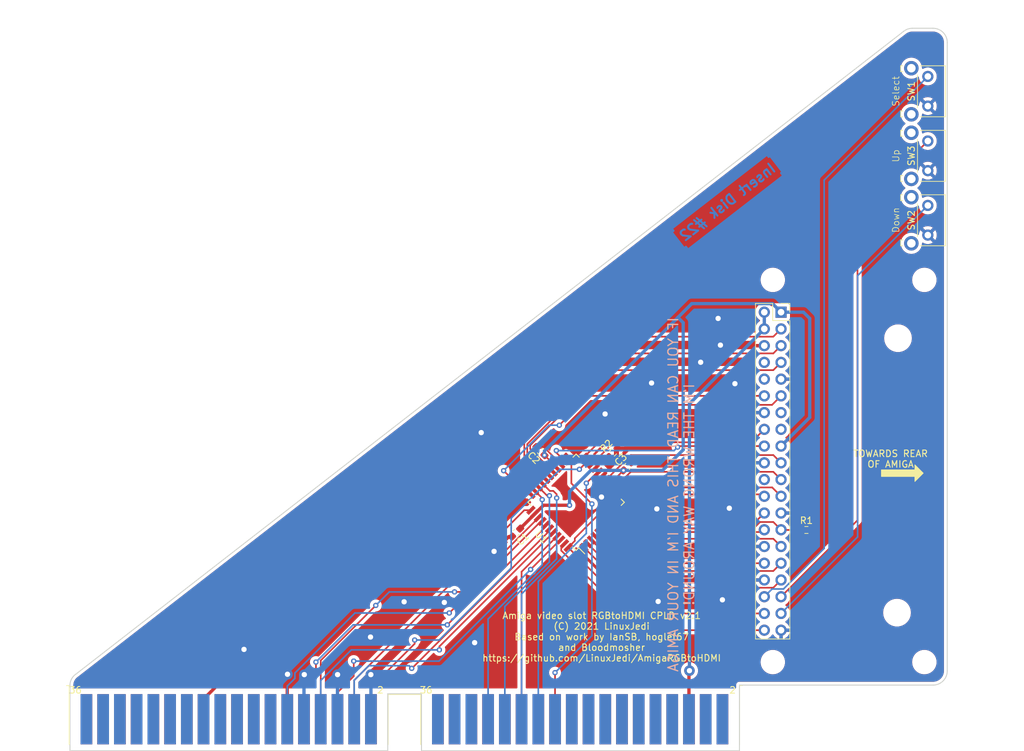
<source format=kicad_pcb>
(kicad_pcb (version 20221231) (generator pcbnew)
  (layers (0 "F.Cu" signal) (31 "B.Cu" signal) (34 "B.Paste" user) (35 "F.Paste" user) (36 "B.SilkS" user "B.Silkscreen") (37 "F.SilkS" user "F.Silkscreen") (38 "B.Mask" user) (39 "F.Mask" user) (44 "Edge.Cuts" user))
  (net 0 "")
  (net 1 "GND")
  (net 2 "+3V3")
  (net 3 "/B0")
  (net 4 "/R3")
  (net 5 "/R2")
  (net 6 "/R1")
  (net 7 "/R0")
  (net 8 "/G3")
  (net 9 "/G2")
  (net 10 "/G1")
  (net 11 "/G0")
  (net 12 "/B3")
  (net 13 "/B2")
  (net 14 "/B1")
  (net 63 "/GPIO21")
  (net 64 "/GPIO20")
  (net 65 "/GPIO26")
  (net 66 "/GPIO16")
  (net 67 "/GPIO19")
  (net 68 "/GPIO13")
  (net 69 "/GPIO12")
  (net 70 "/GPIO6")
  (net 71 "/GPIO5")
  (net 72 "/CLKEN")
  (net 73 "/GPIO0")
  (net 74 "/GPIO7")
  (net 75 "/GPIO8")
  (net 76 "/GPIO11")
  (net 77 "/GPIO25")
  (net 78 "/GPIO9")
  (net 79 "/GPIO10")
  (net 80 "/GPIO24")
  (net 81 "/GPIO23")
  (net 82 "/GPIO22")
  (net 83 "/GPIO27")
  (net 84 "/GPIO18")
  (net 85 "/GPIO17")
  (net 86 "/GPIO15")
  (net 87 "/GPIO14")
  (net 88 "/GPIO4")
  (net 89 "/GPIO3")
  (net 90 "VCC")
  (net 91 "/GPIO2")
  (net 93 "/HSYNC")
  (net 94 "/VSYNC")
  (net 98 "/DETECT")
  (footprint "amiga-conn:A2000_Video_Slot" (layer "F.Cu") (at 212.344 116.332)
    (fp_text reference "JVideoSlot1" hide)
    (fp_text value "A2000_Video_Slot_Phys")
  )
  (footprint "Capacitor_SMD:C_0603_1608Metric_Pad1.08x0.95mm_HandSolder" (layer "F.Cu") (at 178.25 83.95 -135)
    (fp_text reference "C1")
    (fp_text value "0.1uF")
  )
  (footprint "Capacitor_SMD:C_0603_1608Metric_Pad1.08x0.95mm_HandSolder" (layer "F.Cu") (at 181.94012 71.59012 135)
    (fp_text reference "C2")
    (fp_text value "0.1uF")
  )
  (footprint "Capacitor_SMD:C_0603_1608Metric_Pad1.08x0.95mm_HandSolder" (layer "F.Cu") (at 195.15 73.9 45)
    (fp_text reference "C3")
    (fp_text value "0.1uF")
  )
  (footprint "MountingHole:MountingHole_3.2mm_M3" (layer "F.Cu") (at 236.2 54.45)
    (fp_text reference "H1" hide)
    (fp_text value "MountingHole")
  )
  (footprint "MountingHole:MountingHole_3.2mm_M3" (layer "F.Cu") (at 236.05 96.1)
    (fp_text reference "H2" hide)
    (fp_text value "MountingHole")
  )
  (footprint "Connector_PinSocket_2.54mm:PinSocket_2x20_P2.54mm_Vertical" (layer "F.Cu") (at 218.45 50.5)
    (fp_text reference "J1" hide)
    (fp_text value "Raspberry_Pi_2_3")
  )
  (footprint "Resistor_SMD:R_0603_1608Metric_Pad0.98x0.95mm_HandSolder" (layer "F.Cu") (at 222.3 83.55)
    (fp_text reference "R1")
    (fp_text value "1K")
  )
  (footprint "Resistor_SMD:R_0603_1608Metric_Pad0.98x0.95mm_HandSolder" (layer "F.Cu") (at 192.95 71.8 45)
    (fp_text reference "R2")
    (fp_text value "4.7K")
  )
  (footprint "Package_QFP:TQFP-44_10x10mm_P0.8mm" (layer "F.Cu") (at 187.35 79.35 135)
    (fp_text reference "U1")
    (fp_text value "XC9572VQ44")
  )
  (footprint "MountingHole:MountingHole_2.7mm_M2.5" (layer "F.Cu") (at 217.2 103.6)
    (fp_text reference "H3" hide)
    (fp_text value "MountingHole")
  )
  (footprint "MountingHole:MountingHole_2.7mm_M2.5" (layer "F.Cu") (at 217.2 45.6)
    (fp_text reference "H4" hide)
    (fp_text value "MountingHole")
  )
  (footprint "MountingHole:MountingHole_2.7mm_M2.5" (layer "F.Cu") (at 240.2 45.6)
    (fp_text reference "H6" hide)
    (fp_text value "MountingHole")
  )
  (footprint "MountingHole:MountingHole_2.7mm_M2.5" (layer "F.Cu") (at 240.2 103.6)
    (fp_text reference "H5" hide)
    (fp_text value "MountingHole")
  )
  (footprint "Button_Switch_THT:SW_Tactile_SKHH_Angled" (layer "F.Cu") (at 240.725 24.525 -90)
    (fp_text reference "SW3")
    (fp_text value "Up")
  )
  (footprint "Button_Switch_THT:SW_Tactile_SKHH_Angled" (layer "F.Cu") (at 240.725 14.725 -90)
    (fp_text reference "SW1")
    (fp_text value "Select")
  )
  (footprint "Button_Switch_THT:SW_Tactile_SKHH_Angled" (layer "F.Cu") (at 240.725 34.3 -90)
    (fp_text reference "SW2")
    (fp_text value "Down")
  )
  (gr_poly (pts (xy 240.03 74.93) (xy 238.76 76.2) (xy 238.76 73.66)) (stroke (width 0.1)) (fill solid) (layer "F.SilkS"))
  (gr_poly (pts (xy 238.76 75.438) (xy 233.68 75.438) (xy 233.68 74.422) (xy 238.76 74.422)) (stroke (width 0.1)) (fill solid) (layer "F.SilkS"))
  (gr_line (start 212.13572 107.09148) (end 241.5159 107.09148) (stroke (width 0.15)) (layer "Edge.Cuts"))
  (gr_line (start 212.13572 107.09148) (end 212.13826 117.05082) (stroke (width 0.15)) (layer "Edge.Cuts"))
  (gr_line (start 110.54334 117.05082) (end 110.54334 107.13466) (stroke (width 0.15)) (layer "Edge.Cuts"))
  (gr_line (start 158.7627 117.05082) (end 158.7627 108.40466) (stroke (width 0.15)) (layer "Edge.Cuts"))
  (gr_line (start 110.54334 117.05082) (end 158.7627 117.05082) (stroke (width 0.15)) (layer "Edge.Cuts"))
  (gr_line (start 243.675 104.93248) (end 243.675 9.575) (stroke (width 0.15)) (layer "Edge.Cuts"))
  (gr_line (start 158.7627 108.40466) (end 163.88588 108.40466) (stroke (width 0.15)) (layer "Edge.Cuts"))
  (gr_line (start 163.88588 117.05082) (end 212.13826 117.05082) (stroke (width 0.15)) (layer "Edge.Cuts"))
  (gr_line (start 163.88588 108.40466) (end 163.88588 117.05082) (stroke (width 0.15)) (layer "Edge.Cuts"))
  (gr_arc (start 243.6749 104.93248) (mid 243.042544 106.459124) (end 241.5159 107.09148) (stroke (width 0.15)) (layer "Edge.Cuts"))
  (gr_line (start 238.375 7.416) (end 241.516 7.416) (stroke (width 0.15)) (layer "Edge.Cuts"))
  (gr_line (start 111.477564 105.4) (end 237.09034 7.854674) (stroke (width 0.15)) (layer "Edge.Cuts"))
  (gr_arc (start 237.09034 7.854674) (mid 237.696254 7.528692) (end 238.375 7.416) (stroke (width 0.15)) (layer "Edge.Cuts"))
  (gr_arc (start 110.54334 107.13466) (mid 110.791746 106.149543) (end 111.477564 105.4) (stroke (width 0.15)) (layer "Edge.Cuts"))
  (gr_arc (start 241.516 7.416) (mid 243.042644 8.048356) (end 243.675 9.575) (stroke (width 0.15)) (layer "Edge.Cuts"))
  (gr_text "Insert Disk #22" (at 210.325 33.8 37.8) (layer "B.Cu") (effects (font (size 1.5 1.5) (thickness 0.3)) (justify mirror)))
  (gr_text "IF YOU CAN READ THIS AND I'M IN YOUR AMIGA\nI'M THE WRONG WAY AROUND!" (at 203.3 78.175 90) (layer "B.SilkS") (effects (font (size 1.5 1.5) (thickness 0.2)) (justify mirror)))
  (gr_text "TOWARDS REAR\nOF AMIGA" (at 235.077 72.771) (layer "F.SilkS") (effects (font (size 1 1))))
  (gr_text "Up" (at 235.875 26.775 90) (layer "F.SilkS") (effects (font (size 1 1) (thickness 0.1))))
  (gr_text "Select" (at 235.875 16.975 90) (layer "F.SilkS") (effects (font (size 1 1) (thickness 0.1))))
  (gr_text "Amiga video slot RGBtoHDMI CPLD v2.1\n(C) 2021 LinuxJedi\nBased on work by IanSB, hoglet67\nand Bloodmosher\nhttps://github.com/LinuxJedi/AmigaRGBtoHDMI" (at 191.225 99.775) (layer "F.SilkS") (effects (font (size 1 1))))
  (gr_text "Down" (at 235.875 36.525 90) (layer "F.SilkS") (effects (font (size 1 1) (thickness 0.1))))
  (segment (start 156.15 99.8) (end 161.25 94.7) (width 0.5) (layer "F.Cu") (net 1))
  (segment (start 190.7714 75.9286) (end 190.7714 78.1214) (width 0.5) (layer "F.Cu") (net 1))
  (segment (start 193.21199 71.53801) (end 193.595235 71.154765) (width 0.25) (layer "F.Cu") (net 1))
  (segment (start 130.814 112.272) (end 130.814 109.212978) (width 0.5) (layer "F.Cu") (net 1))
  (segment (start 177.64012 84.55988) (end 177.14012 84.55988) (width 0.5) (layer "F.Cu") (net 1))
  (segment (start 190.7714 78.1214) (end 191.2 78.55) (width 0.5) (layer "F.Cu") (net 1))
  (segment (start 185.016548 73.622435) (end 185.016548 73.535162) (width 0.25) (layer "F.Cu") (net 1))
  (segment (start 209.33 55.58) (end 209.25 55.5) (width 0.5) (layer "F.Cu") (net 1))
  (segment (start 193.21199 73.48801) (end 193.21199 71.53801) (width 0.25) (layer "F.Cu") (net 1))
  (segment (start 185.016548 73.535162) (end 182.461626 70.98024) (width 0.25) (layer "F.Cu") (net 1))
  (segment (start 161.25 94.7) (end 161.25 94.45) (width 0.5) (layer "F.Cu") (net 1))
  (segment (start 136.95 103.076978) (end 136.95 101.675) (width 0.5) (layer "F.Cu") (net 1))
  (segment (start 195.82976 73.36) (end 195.75988 73.29012) (width 0.25) (layer "F.Cu") (net 1))
  (segment (start 191.380509 75.319491) (end 193.21199 73.48801) (width 0.25) (layer "F.Cu") (net 1))
  (segment (start 130.814 109.212978) (end 136.95 103.076978) (width 0.5) (layer "F.Cu") (net 1))
  (segment (start 143.514 105.486) (end 143.55 105.45) (width 0.5) (layer "F.Cu") (net 1))
  (segment (start 182.461626 70.98024) (end 181.33024 70.98024) (width 0.25) (layer "F.Cu") (net 1))
  (segment (start 191.380509 75.319491) (end 190.7714 75.9286) (width 0.5) (layer "F.Cu") (net 1))
  (segment (start 143.514 112.272) (end 143.514 105.486) (width 0.5) (layer "F.Cu") (net 1))
  (segment (start 191.797258 86.06) (end 190.249138 84.51188) (width 0.25) (layer "F.Cu") (net 1))
  (segment (start 215.91 55.58) (end 209.33 55.58) (width 0.5) (layer "F.Cu") (net 1))
  (segment (start 215.91 73.36) (end 195.82976 73.36) (width 0.25) (layer "F.Cu") (net 1))
  (segment (start 177.14012 84.55988) (end 174.9 86.8) (width 0.5) (layer "F.Cu") (net 1))
  (segment (start 215.91 86.06) (end 191.797258 86.06) (width 0.25) (layer "F.Cu") (net 1))
  (via (at 156.15 99.8) (size 1.6) (drill 0.8) (layers "F.Cu" "B.Cu") (net 1))
  (via (at 209.55 94.15) (size 1.6) (drill 0.8) (layers "F.Cu" "B.Cu") (net 1))
  (via (at 156.2 105.5) (size 1.6) (drill 0.8) (layers "F.Cu" "B.Cu") (net 1))
  (via (at 211.45 61.35) (size 1.6) (drill 0.8) (layers "F.Cu" "B.Cu") (net 1))
  (via (at 210.6 80.25) (size 1.6) (drill 0.8) (layers "F.Cu" "B.Cu") (net 1))
  (via (at 146.1 105.5) (size 1.6) (drill 0.8) (layers "F.Cu" "B.Cu") (net 1))
  (via (at 191.75 65.95) (size 1.6) (drill 0.8) (layers "F.Cu" "B.Cu") (net 1))
  (via (at 172.95 68.775) (size 1.6) (drill 0.8) (layers "F.Cu" "B.Cu") (net 1))
  (via (at 208.9 51.45) (size 1.6) (drill 0.8) (layers "F.Cu" "B.Cu") (net 1))
  (via (at 143.55 105.45) (size 1.6) (drill 0.8) (layers "F.Cu" "B.Cu") (net 1))
  (via (at 174.9 86.8) (size 1.6) (drill 0.8) (layers "F.Cu" "B.Cu") (net 1))
  (via (at 167.35 94.55) (size 1.6) (drill 0.8) (layers "F.Cu" "B.Cu") (net 1))
  (via (at 171.95 100.65) (size 1.6) (drill 0.8) (layers "F.Cu" "B.Cu") (net 1))
  (via (at 199.6 80.35) (size 1.6) (drill 0.8) (layers "F.Cu" "B.Cu") (net 1))
  (via (at 209.25 55.5) (size 1.6) (drill 0.8) (layers "F.Cu" "B.Cu") (net 1))
  (via (at 136.95 101.675) (size 1.6) (drill 0.8) (layers "F.Cu" "B.Cu") (net 1))
  (via (at 206.25 58.1) (size 1.6) (drill 0.8) (layers "F.Cu" "B.Cu") (net 1))
  (via (at 191.2 78.55) (size 1.6) (drill 0.8) (layers "F.Cu" "B.Cu") (net 1))
  (via (at 151.15 105.5) (size 1.6) (drill 0.8) (layers "F.Cu" "B.Cu") (net 1))
  (via (at 161.25 94.45) (size 1.6) (drill 0.8) (layers "F.Cu" "B.Cu") (net 1))
  (via (at 198.8 61.25) (size 1.6) (drill 0.8) (layers "F.Cu" "B.Cu") (net 1))
  (via (at 199.8 94.4) (size 1.6) (drill 0.8) (layers "F.Cu" "B.Cu") (net 1))
  (segment (start 146.054 112.272) (end 146.054 105.546) (width 0.5) (layer "B.Cu") (net 1))
  (segment (start 151.134 112.272) (end 151.134 105.516) (width 0.5) (layer "B.Cu") (net 1))
  (segment (start 174.9 88.208002) (end 168.558002 94.55) (width 0.5) (layer "B.Cu") (net 1))
  (segment (start 146.054 105.546) (end 146.1 105.5) (width 0.5) (layer "B.Cu") (net 1))
  (segment (start 156.214 112.272) (end 156.214 105.514) (width 0.5) (layer "B.Cu") (net 1))
  (segment (start 151.134 105.516) (end 151.15 105.5) (width 0.5) (layer "B.Cu") (net 1))
  (segment (start 174.9 86.8) (end 174.9 88.208002) (width 0.5) (layer "B.Cu") (net 1))
  (segment (start 168.558002 94.55) (end 167.35 94.55) (width 0.5) (layer "B.Cu") (net 1))
  (segment (start 156.214 105.514) (end 156.2 105.5) (width 0.5) (layer "B.Cu") (net 1))
  (segment (start 192.51188 76.450862) (end 192.599138 76.450862) (width 0.25) (layer "F.Cu") (net 2))
  (segment (start 192.599138 76.450862) (end 194.54012 74.50988) (width 0.25) (layer "F.Cu") (net 2))
  (segment (start 181.05675 81.14325) (end 178.85988 83.34012) (width 0.25) (layer "F.Cu") (net 2))
  (segment (start 181.05675 81.117767) (end 181.05675 81.14325) (width 0.25) (layer "F.Cu") (net 2))
  (segment (start 182.4 79.8) (end 186.35 79.8) (width 0.5) (layer "F.Cu") (net 2))
  (segment (start 184.450862 74.18812) (end 184.450862 74.100862) (width 0.25) (layer "F.Cu") (net 2))
  (segment (start 184.450862 74.100862) (end 182.55 72.2) (width 0.25) (layer "F.Cu") (net 2))
  (segment (start 178.85988 83.34012) (end 182.4 79.8) (width 0.5) (layer "F.Cu") (net 2))
  (via (at 186.35 79.8) (size 0.8) (drill 0.4) (layers "F.Cu" "B.Cu") (net 2))
  (via (at 182.55 72.2) (size 0.8) (drill 0.4) (layers "F.Cu" "B.Cu") (net 2))
  (via (at 194.54012 74.50988) (size 0.8) (drill 0.4) (layers "F.Cu" "B.Cu") (net 2))
  (segment (start 217.149999 49.199999) (end 204.900001 49.199999) (width 0.5) (layer "B.Cu") (net 2))
  (segment (start 186.35 79.8) (end 186.35 77.741998) (width 0.5) (layer "B.Cu") (net 2))
  (segment (start 222.8 66.47) (end 218.45 70.82) (width 0.5) (layer "B.Cu") (net 2))
  (segment (start 203.600001 71.380541) (end 200.470662 74.50988) (width 0.5) (layer "B.Cu") (net 2))
  (segment (start 186.35 77.741998) (end 189.582118 74.50988) (width 0.5) (layer "B.Cu") (net 2))
  (segment (start 204.900001 49.199999) (end 202.8 51.3) (width 0.5) (layer "B.Cu") (net 2))
  (segment (start 218.45 50.5) (end 217.149999 49.199999) (width 0.5) (layer "B.Cu") (net 2))
  (segment (start 221.85 50.5) (end 222.8 51.45) (width 0.5) (layer "B.Cu") (net 2))
  (segment (start 202.8 51.3) (end 203.600001 52.100001) (width 0.5) (layer "B.Cu") (net 2))
  (segment (start 182.55 71.55) (end 182.55 72.2) (width 0.5) (layer "B.Cu") (net 2))
  (segment (start 202.8 51.3) (end 182.55 71.55) (width 0.5) (layer "B.Cu") (net 2))
  (segment (start 218.45 50.5) (end 221.85 50.5) (width 0.5) (layer "B.Cu") (net 2))
  (segment (start 200.470662 74.50988) (end 194.54012 74.50988) (width 0.5) (layer "B.Cu") (net 2))
  (segment (start 222.8 51.45) (end 222.8 66.47) (width 0.5) (layer "B.Cu") (net 2))
  (segment (start 203.600001 52.100001) (end 203.600001 71.380541) (width 0.5) (layer "B.Cu") (net 2))
  (segment (start 189.582118 74.50988) (end 194.54012 74.50988) (width 0.5) (layer "B.Cu") (net 2))
  (segment (start 190.596194 74.753806) (end 190.814823 74.753806) (width 0.25) (layer "F.Cu") (net 3))
  (segment (start 188.9 76.45) (end 190.596194 74.753806) (width 0.25) (layer "F.Cu") (net 3))
  (via (at 188.9 76.45) (size 0.8) (drill 0.4) (layers "F.Cu" "B.Cu") (net 3))
  (segment (start 188.9 84.07028) (end 188.9 76.45) (width 0.25) (layer "B.Cu") (net 3))
  (segment (start 181.614 91.35628) (end 188.9 84.07028) (width 0.25) (layer "B.Cu") (net 3))
  (segment (start 181.614 112.272) (end 181.614 91.35628) (width 0.25) (layer "B.Cu") (net 3))
  (segment (start 182.2 78.725483) (end 181.05675 77.582233) (width 0.25) (layer "F.Cu") (net 4))
  (segment (start 182.2 78.95) (end 182.2 78.725483) (width 0.25) (layer "F.Cu") (net 4))
  (via (at 182.2 78.95) (size 0.8) (drill 0.4) (layers "F.Cu" "B.Cu") (net 4))
  (segment (start 173.994 112.272) (end 173.994 97.06705) (width 0.25) (layer "B.Cu") (net 4))
  (segment (start 173.994 97.06705) (end 182.2 88.86105) (width 0.25) (layer "B.Cu") (net 4))
  (segment (start 182.2 88.86105) (end 182.2 78.95) (width 0.25) (layer "B.Cu") (net 4))
  (segment (start 179.482916 80.552082) (end 153.674 106.360998) (width 0.25) (layer "F.Cu") (net 5))
  (segment (start 180.491064 80.552082) (end 179.482916 80.552082) (width 0.25) (layer "F.Cu") (net 5))
  (segment (start 153.674 106.360998) (end 153.674 112.272) (width 0.25) (layer "F.Cu") (net 5))
  (segment (start 183.319491 83.663336) (end 162.432827 104.55) (width 0.25) (layer "F.Cu") (net 6))
  (segment (start 183.319491 83.380509) (end 183.319491 83.663336) (width 0.25) (layer "F.Cu") (net 6))
  (segment (start 162.432827 104.55) (end 162.4 104.55) (width 0.25) (layer "F.Cu") (net 6))
  (via (at 162.4 104.55) (size 0.8) (drill 0.4) (layers "F.Cu" "B.Cu") (net 6))
  (segment (start 155.884997 104.150001) (end 153.674 106.360998) (width 0.25) (layer "B.Cu") (net 6))
  (segment (start 162.000001 104.150001) (end 155.884997 104.150001) (width 0.25) (layer "B.Cu") (net 6))
  (segment (start 162.4 104.55) (end 162.000001 104.150001) (width 0.25) (layer "B.Cu") (net 6))
  (segment (start 153.674 106.360998) (end 153.674 112.272) (width 0.25) (layer "B.Cu") (net 6))
  (segment (start 189.117767 73.05675) (end 189.117767 73.082233) (width 0.25) (layer "F.Cu") (net 7))
  (segment (start 162.85 100.815685) (end 156.214 107.451685) (width 0.25) (layer "F.Cu") (net 7))
  (segment (start 162.85 100.25) (end 162.85 100.815685) (width 0.25) (layer "F.Cu") (net 7))
  (segment (start 189.117767 73.082233) (end 187.85 74.35) (width 0.25) (layer "F.Cu") (net 7))
  (segment (start 156.214 107.451685) (end 156.214 112.272) (width 0.25) (layer "F.Cu") (net 7))
  (via (at 187.85 74.35) (size 0.8) (drill 0.4) (layers "F.Cu" "B.Cu") (net 7))
  (via (at 162.85 100.25) (size 0.8) (drill 0.4) (layers "F.Cu" "B.Cu") (net 7))
  (segment (start 177.5 81.75) (end 184.9 74.35) (width 0.25) (layer "B.Cu") (net 7))
  (segment (start 177.5 81.75) (end 177.5 89.323002) (width 0.25) (layer "B.Cu") (net 7))
  (segment (start 177.5 89.323002) (end 166.573002 100.25) (width 0.25) (layer "B.Cu") (net 7))
  (segment (start 184.9 74.35) (end 187.85 74.35) (width 0.25) (layer "B.Cu") (net 7))
  (segment (start 166.573002 100.25) (end 162.85 100.25) (width 0.25) (layer "B.Cu") (net 7))
  (segment (start 182.955887 78.35) (end 181.622435 77.016548) (width 0.25) (layer "F.Cu") (net 8))
  (segment (start 183.3 78.35) (end 182.955887 78.35) (width 0.25) (layer "F.Cu") (net 8))
  (via (at 183.3 78.35) (size 0.8) (drill 0.4) (layers "F.Cu" "B.Cu") (net 8))
  (segment (start 176.534 112.272) (end 176.534 95.16346) (width 0.25) (layer "B.Cu") (net 8))
  (segment (start 183.3 88.39746) (end 183.3 78.35) (width 0.25) (layer "B.Cu") (net 8))
  (segment (start 176.534 95.16346) (end 183.3 88.39746) (width 0.25) (layer "B.Cu") (net 8))
  (segment (start 170.381386 92.95) (end 168.9 92.95) (width 0.25) (layer "F.Cu") (net 9))
  (segment (start 181.622435 81.683452) (end 181.622435 81.708951) (width 0.25) (layer "F.Cu") (net 9))
  (segment (start 156.95 95) (end 148.594 103.356) (width 0.25) (layer "F.Cu") (net 9))
  (segment (start 181.622435 81.708951) (end 170.381386 92.95) (width 0.25) (layer "F.Cu") (net 9))
  (segment (start 148.594 103.356) (end 148.594 112.272) (width 0.25) (layer "F.Cu") (net 9))
  (via (at 168.9 92.95) (size 0.8) (drill 0.4) (layers "F.Cu" "B.Cu") (net 9))
  (via (at 156.95 95) (size 0.8) (drill 0.4) (layers "F.Cu" "B.Cu") (net 9))
  (segment (start 168.9 92.95) (end 159 92.95) (width 0.25) (layer "B.Cu") (net 9))
  (segment (start 159 92.95) (end 156.95 95) (width 0.25) (layer "B.Cu") (net 9))
  (segment (start 166.6 101.75) (end 166.6 101.231371) (width 0.25) (layer "F.Cu") (net 10))
  (segment (start 166.6 101.231371) (end 183.885177 83.946194) (width 0.25) (layer "F.Cu") (net 10))
  (via (at 166.6 101.75) (size 0.8) (drill 0.4) (layers "F.Cu" "B.Cu") (net 10))
  (segment (start 148.594 112.272) (end 148.594 106.390998) (width 0.25) (layer "B.Cu") (net 10))
  (segment (start 148.594 106.390998) (end 153.234998 101.75) (width 0.25) (layer "B.Cu") (net 10))
  (segment (start 153.234998 101.75) (end 166.6 101.75) (width 0.25) (layer "B.Cu") (net 10))
  (segment (start 153.6 105.746) (end 153.6 103.45) (width 0.25) (layer "F.Cu") (net 11))
  (segment (start 180.444024 89.544024) (end 184.910483 85.077565) (width 0.25) (layer "F.Cu") (net 11))
  (segment (start 151.134 112.272) (end 151.134 108.212) (width 0.25) (layer "F.Cu") (net 11))
  (segment (start 151.134 108.212) (end 153.6 105.746) (width 0.25) (layer "F.Cu") (net 11))
  (segment (start 184.910483 85.077565) (end 185.016548 85.077565) (width 0.25) (layer "F.Cu") (net 11))
  (via (at 180.444024 89.544024) (size 0.8) (drill 0.4) (layers "F.Cu" "B.Cu") (net 11))
  (via (at 153.6 103.45) (size 0.8) (drill 0.4) (layers "F.Cu" "B.Cu") (net 11))
  (segment (start 166.538048 103.45) (end 180.444024 89.544024) (width 0.25) (layer "B.Cu") (net 11))
  (segment (start 153.6 103.45) (end 166.538048 103.45) (width 0.25) (layer "B.Cu") (net 11))
  (segment (start 184.4 78.134315) (end 183.890684 77.624999) (width 0.25) (layer "F.Cu") (net 12))
  (segment (start 183.362257 77.624999) (end 182.18812 76.450862) (width 0.25) (layer "F.Cu") (net 12))
  (segment (start 184.4 78.7) (end 184.4 78.134315) (width 0.25) (layer "F.Cu") (net 12))
  (segment (start 183.890684 77.624999) (end 183.362257 77.624999) (width 0.25) (layer "F.Cu") (net 12))
  (via (at 184.4 78.7) (size 0.8) (drill 0.4) (layers "F.Cu" "B.Cu") (net 12))
  (segment (start 179.074 93.25987) (end 184.4 87.93387) (width 0.25) (layer "B.Cu") (net 12))
  (segment (start 184.4 87.93387) (end 184.4 78.7) (width 0.25) (layer "B.Cu") (net 12))
  (segment (start 179.074 112.272) (end 179.074 93.25987) (width 0.25) (layer "B.Cu") (net 12))
  (segment (start 182.18812 82.249138) (end 182.000862 82.249138) (width 0.25) (layer "F.Cu") (net 13))
  (segment (start 182.000862 82.249138) (end 168.1 96.15) (width 0.25) (layer "F.Cu") (net 13))
  (via (at 168.1 96.15) (size 0.8) (drill 0.4) (layers "F.Cu" "B.Cu") (net 13))
  (segment (start 168.1 96.15) (end 153.784998 96.15) (width 0.25) (layer "B.Cu") (net 13))
  (segment (start 153.784998 96.15) (end 144.675001 105.259997) (width 0.25) (layer "B.Cu") (net 13))
  (segment (start 144.675001 106.074999) (end 143.514 107.236) (width 0.25) (layer "B.Cu") (net 13))
  (segment (start 144.675001 105.259997) (end 144.675001 106.074999) (width 0.25) (layer "B.Cu") (net 13))
  (segment (start 143.514 107.236) (end 143.514 112.272) (width 0.25) (layer "B.Cu") (net 13))
  (segment (start 182.753806 82.814823) (end 182.753806 82.996194) (width 0.25) (layer "F.Cu") (net 14))
  (segment (start 146.115002 107.15) (end 146.115002 112.210998) (width 0.25) (layer "F.Cu") (net 14))
  (segment (start 147.869 105.396002) (end 146.115002 107.15) (width 0.25) (layer "F.Cu") (net 14))
  (segment (start 147.869 103.6) (end 147.869 105.396002) (width 0.25) (layer "F.Cu") (net 14))
  (segment (start 182.753806 82.996194) (end 167.8 97.95) (width 0.25) (layer "F.Cu") (net 14))
  (segment (start 146.115002 112.210998) (end 146.054 112.272) (width 0.25) (layer "F.Cu") (net 14))
  (via (at 167.8 97.95) (size 0.8) (drill 0.4) (layers "F.Cu" "B.Cu") (net 14))
  (via (at 147.869 103.6) (size 0.8) (drill 0.4) (layers "F.Cu" "B.Cu") (net 14))
  (segment (start 167.8 97.95) (end 153.519 97.95) (width 0.25) (layer "B.Cu") (net 14))
  (segment (start 153.519 97.95) (end 147.869 103.6) (width 0.25) (layer "B.Cu") (net 14))
  (segment (start 185.098124 86.127359) (end 185.098124 86.679436) (width 0.25) (layer "F.Cu") (net 63))
  (segment (start 185.582233 85.64325) (end 185.098124 86.127359) (width 0.25) (layer "F.Cu") (net 63))
  (segment (start 197.178688 98.76) (end 215.91 98.76) (width 0.25) (layer "F.Cu") (net 63))
  (segment (start 185.098124 86.679436) (end 197.178688 98.76) (width 0.25) (layer "F.Cu") (net 63))
  (segment (start 193.724827 80.067973) (end 191.899931 80.067973) (width 0.25) (layer "F.Cu") (net 64))
  (segment (start 191.899931 80.067973) (end 187.15 84.817904) (width 0.25) (layer "F.Cu") (net 64))
  (segment (start 196.158982 96.22) (end 215.91 96.22) (width 0.25) (layer "F.Cu") (net 64))
  (segment (start 194.208936 80.552082) (end 193.724827 80.067973) (width 0.25) (layer "F.Cu") (net 64))
  (segment (start 186.147918 86.208936) (end 196.158982 96.22) (width 0.25) (layer "F.Cu") (net 64))
  (segment (start 187.15 85.206854) (end 186.147918 86.208936) (width 0.25) (layer "F.Cu") (net 64))
  (segment (start 187.15 84.817904) (end 187.15 85.206854) (width 0.25) (layer "F.Cu") (net 64))
  (segment (start 230.07 44.955) (end 240.725 34.3) (width 0.25) (layer "B.Cu") (net 65))
  (segment (start 218.45 96.22) (end 230.07 84.6) (width 0.25) (layer "B.Cu") (net 65))
  (segment (start 230.07 84.6) (end 230.07 44.955) (width 0.25) (layer "B.Cu") (net 65))
  (segment (start 224.99 30.46) (end 240.725 14.725) (width 0.25) (layer "B.Cu") (net 66))
  (segment (start 224.99 86.339002) (end 224.99 30.46) (width 0.25) (layer "B.Cu") (net 66))
  (segment (start 218.824003 92.504999) (end 224.99 86.339002) (width 0.25) (layer "B.Cu") (net 66))
  (segment (start 217.085001 92.504999) (end 218.824003 92.504999) (width 0.25) (layer "B.Cu") (net 66))
  (segment (start 215.91 93.68) (end 217.085001 92.504999) (width 0.25) (layer "B.Cu") (net 66))
  (segment (start 230.05 35.2) (end 230.05 82.08) (width 0.25) (layer "F.Cu") (net 67))
  (segment (start 240.725 24.525) (end 230.05 35.2) (width 0.25) (layer "F.Cu") (net 67))
  (segment (start 230.05 82.08) (end 218.45 93.68) (width 0.25) (layer "F.Cu") (net 67))
  (segment (start 194.658147 92.315001) (end 217.274999 92.315001) (width 0.25) (layer "F.Cu") (net 68))
  (segment (start 188.552082 86.208936) (end 194.658147 92.315001) (width 0.25) (layer "F.Cu") (net 68))
  (segment (start 217.274999 92.315001) (end 218.45 91.14) (width 0.25) (layer "F.Cu") (net 68))
  (segment (start 193.205887 88.6) (end 215.91 88.6) (width 0.25) (layer "F.Cu") (net 69))
  (segment (start 189.683452 85.077565) (end 193.205887 88.6) (width 0.25) (layer "F.Cu") (net 69))
  (segment (start 189.117767 85.64325) (end 193.249518 89.775001) (width 0.25) (layer "F.Cu") (net 70))
  (segment (start 217.274999 89.775001) (end 218.45 88.6) (width 0.25) (layer "F.Cu") (net 70))
  (segment (start 193.249518 89.775001) (end 217.274999 89.775001) (width 0.25) (layer "F.Cu") (net 70))
  (segment (start 191.753628 84.884999) (end 217.274999 84.884999) (width 0.25) (layer "F.Cu") (net 71))
  (segment (start 190.814823 83.946194) (end 191.753628 84.884999) (width 0.25) (layer "F.Cu") (net 71))
  (segment (start 217.274999 84.884999) (end 218.45 86.06) (width 0.25) (layer "F.Cu") (net 71))
  (segment (start 191.864617 83.864617) (end 215.565383 83.864617) (width 0.25) (layer "F.Cu") (net 72))
  (segment (start 190.8964 81.707914) (end 190.8964 82.8964) (width 0.25) (layer "F.Cu") (net 72))
  (segment (start 215.565383 83.864617) (end 215.91 83.52) (width 0.25) (layer "F.Cu") (net 72))
  (segment (start 193.159141 80.633658) (end 191.970656 80.633658) (width 0.25) (layer "F.Cu") (net 72))
  (segment (start 193.64325 81.117767) (end 193.159141 80.633658) (width 0.25) (layer "F.Cu") (net 72))
  (segment (start 190.8964 82.8964) (end 191.380509 83.380509) (width 0.25) (layer "F.Cu") (net 72))
  (segment (start 191.380509 83.380509) (end 191.864617 83.864617) (width 0.25) (layer "F.Cu") (net 72))
  (segment (start 191.970656 80.633658) (end 190.8964 81.707914) (width 0.25) (layer "F.Cu") (net 72))
  (segment (start 217.274999 82.344999) (end 218.45 83.52) (width 0.25) (layer "F.Cu") (net 73))
  (segment (start 221.3875 83.55) (end 218.48 83.55) (width 0.25) (layer "F.Cu") (net 73))
  (segment (start 192.593457 81.199344) (end 192.04138 81.199344) (width 0.25) (layer "F.Cu") (net 73))
  (segment (start 193.077565 81.683452) (end 192.593457 81.199344) (width 0.25) (layer "F.Cu") (net 73))
  (segment (start 192.04138 81.199344) (end 191.462086 81.778638) (width 0.25) (layer "F.Cu") (net 73))
  (segment (start 214.301068 83.298932) (end 215.255001 82.344999) (width 0.25) (layer "F.Cu") (net 73))
  (segment (start 191.462086 82.330715) (end 191.946194 82.814823) (width 0.25) (layer "F.Cu") (net 73))
  (segment (start 192.430303 83.298932) (end 214.301068 83.298932) (width 0.25) (layer "F.Cu") (net 73))
  (segment (start 218.48 83.55) (end 218.45 83.52) (width 0.25) (layer "F.Cu") (net 73))
  (segment (start 191.462086 81.778638) (end 191.462086 82.330715) (width 0.25) (layer "F.Cu") (net 73))
  (segment (start 191.946194 82.814823) (end 192.430303 83.298932) (width 0.25) (layer "F.Cu") (net 73))
  (segment (start 215.255001 82.344999) (end 217.274999 82.344999) (width 0.25) (layer "F.Cu") (net 73))
  (segment (start 192.995988 82.733246) (end 214.156754 82.733246) (width 0.25) (layer "F.Cu") (net 74))
  (segment (start 192.51188 82.249138) (end 192.995988 82.733246) (width 0.25) (layer "F.Cu") (net 74))
  (segment (start 214.156754 82.733246) (end 215.91 80.98) (width 0.25) (layer "F.Cu") (net 74))
  (segment (start 194.208936 78.147918) (end 215.617918 78.147918) (width 0.25) (layer "F.Cu") (net 75))
  (segment (start 215.617918 78.147918) (end 215.91 78.44) (width 0.25) (layer "F.Cu") (net 75))
  (segment (start 194.127359 77.098124) (end 217.108124 77.098124) (width 0.25) (layer "F.Cu") (net 76))
  (segment (start 217.108124 77.098124) (end 218.45 78.44) (width 0.25) (layer "F.Cu") (net 76))
  (segment (start 193.64325 77.582233) (end 194.127359 77.098124) (width 0.25) (layer "F.Cu") (net 76))
  (segment (start 193.360391 77.016548) (end 195.65194 74.724999) (width 0.25) (layer "F.Cu") (net 78))
  (segment (start 217.274999 74.724999) (end 218.45 75.9) (width 0.25) (layer "F.Cu") (net 78))
  (segment (start 195.65194 74.724999) (end 217.274999 74.724999) (width 0.25) (layer "F.Cu") (net 78))
  (segment (start 193.077565 77.016548) (end 193.360391 77.016548) (width 0.25) (layer "F.Cu") (net 78))
  (segment (start 195.646372 72.184999) (end 217.274999 72.184999) (width 0.25) (layer "F.Cu") (net 79))
  (segment (start 191.946194 75.885177) (end 195.646372 72.184999) (width 0.25) (layer "F.Cu") (net 79))
  (segment (start 217.274999 72.184999) (end 218.45 73.36) (width 0.25) (layer "F.Cu") (net 79))
  (segment (start 202.90254 70.82) (end 202.75 70.97254) (width 0.25) (layer "F.Cu") (net 80))
  (segment (start 215.91 70.82) (end 202.90254 70.82) (width 0.25) (layer "F.Cu") (net 80))
  (segment (start 184.35 71.824517) (end 185.582233 73.05675) (width 0.25) (layer "F.Cu") (net 80))
  (segment (start 184.35 71.5) (end 184.35 71.824517) (width 0.25) (layer "F.Cu") (net 80))
  (via (at 184.35 71.5) (size 0.8) (drill 0.4) (layers "F.Cu" "B.Cu") (net 80))
  (via (at 202.75 70.97254) (size 0.8) (drill 0.4) (layers "F.Cu" "B.Cu") (net 80))
  (segment (start 202.75 70.97254) (end 202.22254 71.5) (width 0.25) (layer "B.Cu") (net 80))
  (segment (start 202.22254 71.5) (end 184.35 71.5) (width 0.25) (layer "B.Cu") (net 80))
  (segment (start 193.058347 70.24754) (end 213.94246 70.24754) (width 0.25) (layer "F.Cu") (net 81))
  (segment (start 213.94246 70.24754) (end 215.91 68.28) (width 0.25) (layer "F.Cu") (net 81))
  (segment (start 189.683452 73.622435) (end 193.058347 70.24754) (width 0.25) (layer "F.Cu") (net 81))
  (segment (start 176.35 74.55) (end 179.947918 78.147918) (width 0.25) (layer "F.Cu") (net 84))
  (segment (start 189.25 63.2) (end 184.8 67.65) (width 0.25) (layer "F.Cu") (net 84))
  (segment (start 179.947918 78.147918) (end 180.491064 78.147918) (width 0.25) (layer "F.Cu") (net 84))
  (segment (start 215.91 63.2) (end 189.25 63.2) (width 0.25) (layer "F.Cu") (net 84))
  (via (at 176.35 74.55) (size 0.8) (drill 0.4) (layers "F.Cu" "B.Cu") (net 84))
  (via (at 184.8 67.65) (size 0.8) (drill 0.4) (layers "F.Cu" "B.Cu") (net 84))
  (segment (start 183.25 67.65) (end 176.35 74.55) (width 0.25) (layer "B.Cu") (net 84))
  (segment (start 184.8 67.65) (end 183.25 67.65) (width 0.25) (layer "B.Cu") (net 84))
  (segment (start 196.478147 64.564999) (end 217.085001 64.564999) (width 0.25) (layer "F.Cu") (net 85))
  (segment (start 188.552082 72.491064) (end 196.478147 64.564999) (width 0.25) (layer "F.Cu") (net 85))
  (segment (start 217.085001 64.564999) (end 218.45 63.2) (width 0.25) (layer "F.Cu") (net 85))
  (segment (start 180.38766 70.703046) (end 191.795705 59.295001) (width 0.25) (layer "F.Cu") (net 88))
  (segment (start 180.38766 71.256289) (end 180.38766 70.703046) (width 0.25) (layer "F.Cu") (net 88))
  (segment (start 183.885177 74.753806) (end 180.38766 71.256289) (width 0.25) (layer "F.Cu") (net 88))
  (segment (start 191.795705 59.295001) (end 217.274999 59.295001) (width 0.25) (layer "F.Cu") (net 88))
  (segment (start 217.274999 59.295001) (end 218.45 58.12) (width 0.25) (layer "F.Cu") (net 88))
  (segment (start 217.274999 56.755001) (end 218.45 55.58) (width 0.25) (layer "F.Cu") (net 89))
  (segment (start 179.937651 70.516645) (end 193.699295 56.755001) (width 0.25) (layer "F.Cu") (net 89))
  (segment (start 193.699295 56.755001) (end 217.274999 56.755001) (width 0.25) (layer "F.Cu") (net 89))
  (segment (start 183.319491 75.319491) (end 179.937651 71.937651) (width 0.25) (layer "F.Cu") (net 89))
  (segment (start 179.937651 71.937651) (end 179.937651 70.516645) (width 0.25) (layer "F.Cu") (net 89))
  (segment (start 204.474 104.976) (end 204.55 104.9) (width 0.5) (layer "F.Cu") (net 90))
  (segment (start 204.474 112.272) (end 204.474 104.976) (width 0.5) (layer "F.Cu") (net 90))
  (via (at 204.55 104.9) (size 1.6) (drill 0.8) (layers "F.Cu" "B.Cu") (net 90))
  (segment (start 204.55 104.9) (end 204.55 64.4) (width 0.5) (layer "B.Cu") (net 90))
  (segment (start 204.55 64.4) (end 215.91 53.04) (width 0.5) (layer "B.Cu") (net 90))
  (segment (start 215.91 50.5) (end 215.91 53.04) (width 0.5) (layer "B.Cu") (net 90))
  (segment (start 179.487642 70.330244) (end 195.602885 54.215001) (width 0.25) (layer "F.Cu") (net 91))
  (segment (start 195.602885 54.215001) (end 217.274999 54.215001) (width 0.25) (layer "F.Cu") (net 91))
  (segment (start 217.274999 54.215001) (end 218.45 53.04) (width 0.25) (layer "F.Cu") (net 91))
  (segment (start 179.487642 72.619013) (end 179.487642 70.330244) (width 0.25) (layer "F.Cu") (net 91))
  (segment (start 182.753806 75.885177) (end 179.487642 72.619013) (width 0.25) (layer "F.Cu") (net 91))
  (segment (start 184.15 112.268) (end 184.154 112.272) (width 0.25) (layer "F.Cu") (net 93))
  (segment (start 186.632027 76.482027) (end 189.75 79.6) (width 0.25) (layer "F.Cu") (net 93))
  (segment (start 186.147918 72.491064) (end 186.632027 72.975173) (width 0.25) (layer "F.Cu") (net 93))
  (segment (start 186.632027 72.975173) (end 186.632027 76.482027) (width 0.25) (layer "F.Cu") (net 93))
  (segment (start 184.15 105.2) (end 184.15 112.268) (width 0.25) (layer "F.Cu") (net 93))
  (via (at 184.15 105.2) (size 0.8) (drill 0.4) (layers "F.Cu" "B.Cu") (net 93))
  (via (at 189.75 79.6) (size 0.8) (drill 0.4) (layers "F.Cu" "B.Cu") (net 93))
  (segment (start 189.75 99.6) (end 184.15 105.2) (width 0.25) (layer "B.Cu") (net 93))
  (segment (start 189.75 79.6) (end 189.75 99.6) (width 0.25) (layer "B.Cu") (net 93))
  (segment (start 184.450862 84.51188) (end 179.074 89.888742) (width 0.25) (layer "F.Cu") (net 94))
  (segment (start 179.074 89.888742) (end 179.074 112.272) (width 0.25) (layer "F.Cu") (net 94))
  (segment (start 192.304765 72.445235) (end 191.992023 72.445235) (width 0.25) (layer "F.Cu") (net 98))
  (segment (start 191.992023 72.445235) (end 190.249138 74.18812) (width 0.25) (layer "F.Cu") (net 98))
  (zone (net 1) (net_name "GND") (layer "F.Cu") (connect_pads (clearance 0.508)) (min_thickness 0.254) (fill yes (thermal_gap 0.508) (thermal_bridge_width 0.508))
    (polygon (pts (xy 255.325 107.6) (xy 100.175 107.6) (xy 99.922121 3.125) (xy 255.072121 3.125)))
  )
  (zone (net 1) (net_name "GND") (layer "B.Cu") (connect_pads (clearance 0.508)) (min_thickness 0.254) (fill yes (thermal_gap 0.508) (thermal_bridge_width 0.508))
    (polygon (pts (xy 255.325 107.6) (xy 100.175 107.6) (xy 100 3.325) (xy 255.15 3.325)))
  )
  (zone (net 0) (net_name "") (layer "B.Cu") (connect_pads (clearance 0)) (min_thickness 0.254)
    (keepout (tracks allowed) (vias allowed) (pads allowed) (copperpour not_allowed) (footprints allowed))
    (fill (thermal_gap 0.508) (thermal_bridge_width 0.508))
    (polygon (pts (xy 202.075 38.375) (xy 216.752129 26.990251) (xy 218.452946 29.182932) (xy 203.775817 40.56768)))
  )
)
</source>
